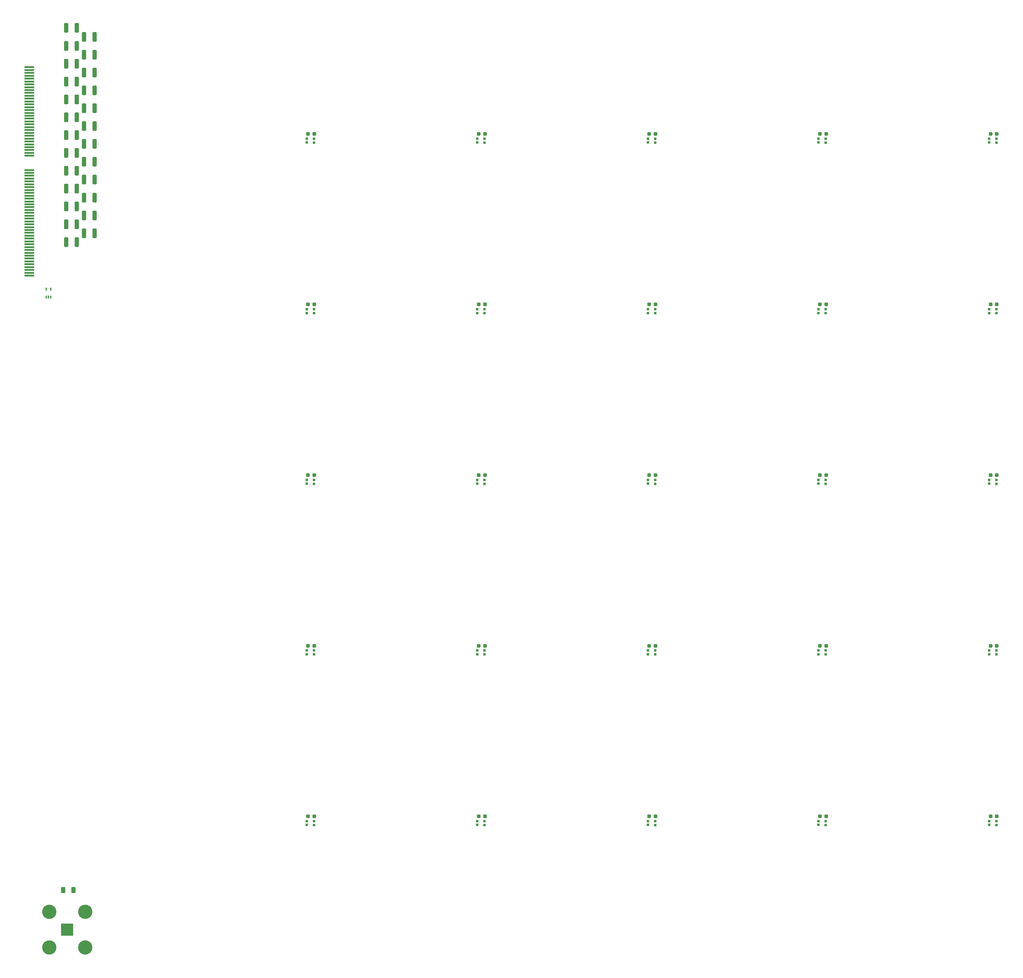
<source format=gbr>
%TF.GenerationSoftware,KiCad,Pcbnew,8.0.2-1*%
%TF.CreationDate,2024-06-03T17:46:58-04:00*%
%TF.ProjectId,Untitled,556e7469-746c-4656-942e-6b696361645f,rev?*%
%TF.SameCoordinates,Original*%
%TF.FileFunction,Soldermask,Top*%
%TF.FilePolarity,Negative*%
%FSLAX46Y46*%
G04 Gerber Fmt 4.6, Leading zero omitted, Abs format (unit mm)*
G04 Created by KiCad (PCBNEW 8.0.2-1) date 2024-06-03 17:46:58*
%MOMM*%
%LPD*%
G01*
G04 APERTURE LIST*
G04 Aperture macros list*
%AMRoundRect*
0 Rectangle with rounded corners*
0 $1 Rounding radius*
0 $2 $3 $4 $5 $6 $7 $8 $9 X,Y pos of 4 corners*
0 Add a 4 corners polygon primitive as box body*
4,1,4,$2,$3,$4,$5,$6,$7,$8,$9,$2,$3,0*
0 Add four circle primitives for the rounded corners*
1,1,$1+$1,$2,$3*
1,1,$1+$1,$4,$5*
1,1,$1+$1,$6,$7*
1,1,$1+$1,$8,$9*
0 Add four rect primitives between the rounded corners*
20,1,$1+$1,$2,$3,$4,$5,0*
20,1,$1+$1,$4,$5,$6,$7,0*
20,1,$1+$1,$6,$7,$8,$9,0*
20,1,$1+$1,$8,$9,$2,$3,0*%
G04 Aperture macros list end*
%ADD10RoundRect,0.237500X-0.287500X-0.237500X0.287500X-0.237500X0.287500X0.237500X-0.287500X0.237500X0*%
%ADD11R,0.700000X0.700000*%
%ADD12RoundRect,0.250000X-0.325000X-1.100000X0.325000X-1.100000X0.325000X1.100000X-0.325000X1.100000X0*%
%ADD13R,3.500000X3.500000*%
%ADD14C,4.000000*%
%ADD15R,2.800000X0.550000*%
%ADD16RoundRect,0.250000X-0.312500X-0.625000X0.312500X-0.625000X0.312500X0.625000X-0.312500X0.625000X0*%
%ADD17RoundRect,0.087500X-0.087500X-0.337500X0.087500X-0.337500X0.087500X0.337500X-0.087500X0.337500X0*%
G04 APERTURE END LIST*
D10*
%TO.C,REF\u002A\u002A21*%
X178275000Y-285665000D03*
D11*
X179902500Y-287000000D03*
X177877500Y-287000000D03*
D10*
X180025000Y-285665000D03*
D11*
X177877500Y-288050000D03*
X179902500Y-288100000D03*
%TD*%
D12*
%TO.C,10 nF*%
X62725000Y-89800000D03*
X65675000Y-89800000D03*
%TD*%
%TO.C,10 nF*%
X62725000Y-104800000D03*
X65675000Y-104800000D03*
%TD*%
D10*
%TO.C,REF\u002A\u002A20*%
X130475000Y-285665000D03*
D11*
X132102500Y-287000000D03*
X130077500Y-287000000D03*
D10*
X132225000Y-285665000D03*
D11*
X130077500Y-288050000D03*
X132102500Y-288100000D03*
%TD*%
D12*
%TO.C,10 nF*%
X62725000Y-109800000D03*
X65675000Y-109800000D03*
%TD*%
%TO.C,10 nF*%
X62725000Y-99800000D03*
X65675000Y-99800000D03*
%TD*%
%TO.C,10 nF*%
X62725000Y-124800000D03*
X65675000Y-124800000D03*
%TD*%
D10*
%TO.C,REF\u002A\u002A5*%
X130475000Y-142265000D03*
D11*
X132102500Y-143600000D03*
X130077500Y-143600000D03*
D10*
X132225000Y-142265000D03*
D11*
X130077500Y-144650000D03*
X132102500Y-144700000D03*
%TD*%
D10*
%TO.C,REF\u002A\u002A3*%
X273875000Y-94465000D03*
D11*
X275502500Y-95800000D03*
X273477500Y-95800000D03*
D10*
X275625000Y-94465000D03*
D11*
X273477500Y-96850000D03*
X275502500Y-96900000D03*
%TD*%
D10*
%TO.C,REF\u002A\u002A4*%
X321675000Y-94465000D03*
D11*
X323302500Y-95800000D03*
X321277500Y-95800000D03*
D10*
X323425000Y-94465000D03*
D11*
X321277500Y-96850000D03*
X323302500Y-96900000D03*
%TD*%
D13*
%TO.C,LEDs*%
X63000000Y-317400000D03*
D14*
X57975000Y-322425000D03*
X68025000Y-322425000D03*
X57975000Y-312375000D03*
X68025000Y-312375000D03*
%TD*%
D12*
%TO.C,10 nF*%
X67725000Y-102300000D03*
X70675000Y-102300000D03*
%TD*%
%TO.C,10 nF*%
X67725000Y-122300000D03*
X70675000Y-122300000D03*
%TD*%
D10*
%TO.C,REF\u002A\u002A2*%
X226075000Y-94465000D03*
D11*
X227702500Y-95800000D03*
X225677500Y-95800000D03*
D10*
X227825000Y-94465000D03*
D11*
X225677500Y-96850000D03*
X227702500Y-96900000D03*
%TD*%
D12*
%TO.C,10 nF*%
X62725000Y-119800000D03*
X65675000Y-119800000D03*
%TD*%
D10*
%TO.C,REF\u002A\u002A19*%
X321675000Y-237865000D03*
D11*
X323302500Y-239200000D03*
X321277500Y-239200000D03*
D10*
X323425000Y-237865000D03*
D11*
X321277500Y-240250000D03*
X323302500Y-240300000D03*
%TD*%
D15*
%TO.C,REF\u002A\u002A*%
X52400000Y-75800000D03*
X52400000Y-76600000D03*
X52400000Y-77400000D03*
X52400000Y-78200000D03*
X52400000Y-79000000D03*
X52400000Y-79800000D03*
X52400000Y-80600000D03*
X52400000Y-81400000D03*
X52400000Y-82200000D03*
X52400000Y-83000000D03*
X52400000Y-83800000D03*
X52400000Y-84600000D03*
X52400000Y-85400000D03*
X52400000Y-86200000D03*
X52400000Y-87000000D03*
X52400000Y-87800000D03*
X52400000Y-88600000D03*
X52400000Y-89400000D03*
X52400000Y-90200000D03*
X52400000Y-91000000D03*
X52400000Y-91800000D03*
X52400000Y-92600000D03*
X52400000Y-93400000D03*
X52400000Y-94200000D03*
X52400000Y-95000000D03*
X52400000Y-95800000D03*
X52400000Y-96600000D03*
X52400000Y-97400000D03*
X52400000Y-98200000D03*
X52400000Y-99000000D03*
X52400000Y-99800000D03*
X52400000Y-100600000D03*
X52400000Y-104600000D03*
X52400000Y-105400000D03*
X52400000Y-106200000D03*
X52400000Y-107000000D03*
X52400000Y-107800000D03*
X52400000Y-108600000D03*
X52400000Y-109400000D03*
X52400000Y-110200000D03*
X52400000Y-111000000D03*
X52400000Y-111800000D03*
X52400000Y-112600000D03*
X52400000Y-113400000D03*
X52400000Y-114200000D03*
X52400000Y-115000000D03*
X52400000Y-115800000D03*
X52400000Y-116600000D03*
X52400000Y-117400000D03*
X52400000Y-118200000D03*
X52400000Y-119000000D03*
X52400000Y-119800000D03*
X52400000Y-120600000D03*
X52400000Y-121400000D03*
X52400000Y-122200000D03*
X52400000Y-123000000D03*
X52400000Y-123800000D03*
X52400000Y-124600000D03*
X52400000Y-125400000D03*
X52400000Y-126200000D03*
X52400000Y-127000000D03*
X52400000Y-127800000D03*
X52400000Y-128600000D03*
X52400000Y-129400000D03*
X52400000Y-130200000D03*
X52400000Y-131000000D03*
X52400000Y-131800000D03*
X52400000Y-132600000D03*
X52400000Y-133400000D03*
X52400000Y-134200000D03*
%TD*%
D10*
%TO.C,REF\u002A\u002A7*%
X226075000Y-142265000D03*
D11*
X227702500Y-143600000D03*
X225677500Y-143600000D03*
D10*
X227825000Y-142265000D03*
D11*
X225677500Y-144650000D03*
X227702500Y-144700000D03*
%TD*%
D12*
%TO.C,10 nF*%
X67725000Y-72300000D03*
X70675000Y-72300000D03*
%TD*%
%TO.C,10 nF*%
X67725000Y-82300000D03*
X70675000Y-82300000D03*
%TD*%
%TO.C,10 nF*%
X67725000Y-107300000D03*
X70675000Y-107300000D03*
%TD*%
%TO.C,10 nF*%
X67725000Y-117300000D03*
X70675000Y-117300000D03*
%TD*%
D10*
%TO.C,REF\u002A\u002A8*%
X273875000Y-142265000D03*
D11*
X275502500Y-143600000D03*
X273477500Y-143600000D03*
D10*
X275625000Y-142265000D03*
D11*
X273477500Y-144650000D03*
X275502500Y-144700000D03*
%TD*%
D12*
%TO.C,10 nF*%
X67725000Y-92300000D03*
X70675000Y-92300000D03*
%TD*%
D10*
%TO.C,REF\u002A\u002A14*%
X321675000Y-190065000D03*
D11*
X323302500Y-191400000D03*
X321277500Y-191400000D03*
D10*
X323425000Y-190065000D03*
D11*
X321277500Y-192450000D03*
X323302500Y-192500000D03*
%TD*%
D10*
%TO.C,REF\u002A\u002A23*%
X273875000Y-285665000D03*
D11*
X275502500Y-287000000D03*
X273477500Y-287000000D03*
D10*
X275625000Y-285665000D03*
D11*
X273477500Y-288050000D03*
X275502500Y-288100000D03*
%TD*%
D10*
%TO.C,REF\u002A\u002A24*%
X321675000Y-285665000D03*
D11*
X323302500Y-287000000D03*
X321277500Y-287000000D03*
D10*
X323425000Y-285665000D03*
D11*
X321277500Y-288050000D03*
X323302500Y-288100000D03*
%TD*%
D10*
%TO.C,REF\u002A\u002A16*%
X178275000Y-237865000D03*
D11*
X179902500Y-239200000D03*
X177877500Y-239200000D03*
D10*
X180025000Y-237865000D03*
D11*
X177877500Y-240250000D03*
X179902500Y-240300000D03*
%TD*%
D12*
%TO.C,10 nF*%
X62725000Y-84800000D03*
X65675000Y-84800000D03*
%TD*%
D10*
%TO.C,REF\u002A\u002A10*%
X130475000Y-190065000D03*
D11*
X132102500Y-191400000D03*
X130077500Y-191400000D03*
D10*
X132225000Y-190065000D03*
D11*
X130077500Y-192450000D03*
X132102500Y-192500000D03*
%TD*%
D10*
%TO.C,REF\u002A\u002A6*%
X178275000Y-142265000D03*
D11*
X179902500Y-143600000D03*
X177877500Y-143600000D03*
D10*
X180025000Y-142265000D03*
D11*
X177877500Y-144650000D03*
X179902500Y-144700000D03*
%TD*%
D12*
%TO.C,10 nF*%
X67725000Y-87300000D03*
X70675000Y-87300000D03*
%TD*%
D10*
%TO.C,REF\u002A\u002A17*%
X226075000Y-237865000D03*
D11*
X227702500Y-239200000D03*
X225677500Y-239200000D03*
D10*
X227825000Y-237865000D03*
D11*
X225677500Y-240250000D03*
X227702500Y-240300000D03*
%TD*%
D12*
%TO.C,10 nF*%
X62725000Y-69800000D03*
X65675000Y-69800000D03*
%TD*%
%TO.C,10 nF*%
X62725000Y-114800000D03*
X65675000Y-114800000D03*
%TD*%
%TO.C,10 nF*%
X67725000Y-77300000D03*
X70675000Y-77300000D03*
%TD*%
%TO.C,10 nF*%
X67725000Y-97300000D03*
X70675000Y-97300000D03*
%TD*%
D10*
%TO.C,REF\u002A\u002A12*%
X226075000Y-190065000D03*
D11*
X227702500Y-191400000D03*
X225677500Y-191400000D03*
D10*
X227825000Y-190065000D03*
D11*
X225677500Y-192450000D03*
X227702500Y-192500000D03*
%TD*%
D12*
%TO.C,10 nF*%
X62725000Y-64800000D03*
X65675000Y-64800000D03*
%TD*%
D10*
%TO.C,REF\u002A\u002A22*%
X226075000Y-285665000D03*
D11*
X227702500Y-287000000D03*
X225677500Y-287000000D03*
D10*
X227825000Y-285665000D03*
D11*
X225677500Y-288050000D03*
X227702500Y-288100000D03*
%TD*%
D12*
%TO.C,10 nF*%
X62725000Y-79800000D03*
X65675000Y-79800000D03*
%TD*%
%TO.C,10 nF*%
X67725000Y-112300000D03*
X70675000Y-112300000D03*
%TD*%
%TO.C,10 nF*%
X67725000Y-67300000D03*
X70675000Y-67300000D03*
%TD*%
D10*
%TO.C,REF\u002A\u002A15*%
X130475000Y-237865000D03*
D11*
X132102500Y-239200000D03*
X130077500Y-239200000D03*
D10*
X132225000Y-237865000D03*
D11*
X130077500Y-240250000D03*
X132102500Y-240300000D03*
%TD*%
D12*
%TO.C,10 nF*%
X62725000Y-74800000D03*
X65675000Y-74800000D03*
%TD*%
D16*
%TO.C,50 \u03A9*%
X61837500Y-306300000D03*
X64762500Y-306300000D03*
%TD*%
D12*
%TO.C,10 nF*%
X62725000Y-94800000D03*
X65675000Y-94800000D03*
%TD*%
D10*
%TO.C,REF\u002A\u002A9*%
X321675000Y-142265000D03*
D11*
X323302500Y-143600000D03*
X321277500Y-143600000D03*
D10*
X323425000Y-142265000D03*
D11*
X321277500Y-144650000D03*
X323302500Y-144700000D03*
%TD*%
D10*
%TO.C,REF\u002A\u002A13*%
X273875000Y-190065000D03*
D11*
X275502500Y-191400000D03*
X273477500Y-191400000D03*
D10*
X275625000Y-190065000D03*
D11*
X273477500Y-192450000D03*
X275502500Y-192500000D03*
%TD*%
D17*
%TO.C,Temp1*%
X57100000Y-140200000D03*
X57750000Y-140200000D03*
X58400000Y-140200000D03*
X58400000Y-138000000D03*
X57100000Y-138000000D03*
%TD*%
D10*
%TO.C,REF\u002A\u002A1*%
X178275000Y-94465000D03*
D11*
X179902500Y-95800000D03*
X177877500Y-95800000D03*
D10*
X180025000Y-94465000D03*
D11*
X177877500Y-96850000D03*
X179902500Y-96900000D03*
%TD*%
D10*
%TO.C,REF\u002A\u002A18*%
X273875000Y-237865000D03*
D11*
X275502500Y-239200000D03*
X273477500Y-239200000D03*
D10*
X275625000Y-237865000D03*
D11*
X273477500Y-240250000D03*
X275502500Y-240300000D03*
%TD*%
D10*
%TO.C,REF\u002A\u002A*%
X130475000Y-94465000D03*
D11*
X132102500Y-95800000D03*
X130077500Y-95800000D03*
D10*
X132225000Y-94465000D03*
D11*
X130077500Y-96850000D03*
X132102500Y-96900000D03*
%TD*%
D10*
%TO.C,REF\u002A\u002A11*%
X178275000Y-190065000D03*
D11*
X179902500Y-191400000D03*
X177877500Y-191400000D03*
D10*
X180025000Y-190065000D03*
D11*
X177877500Y-192450000D03*
X179902500Y-192500000D03*
%TD*%
M02*

</source>
